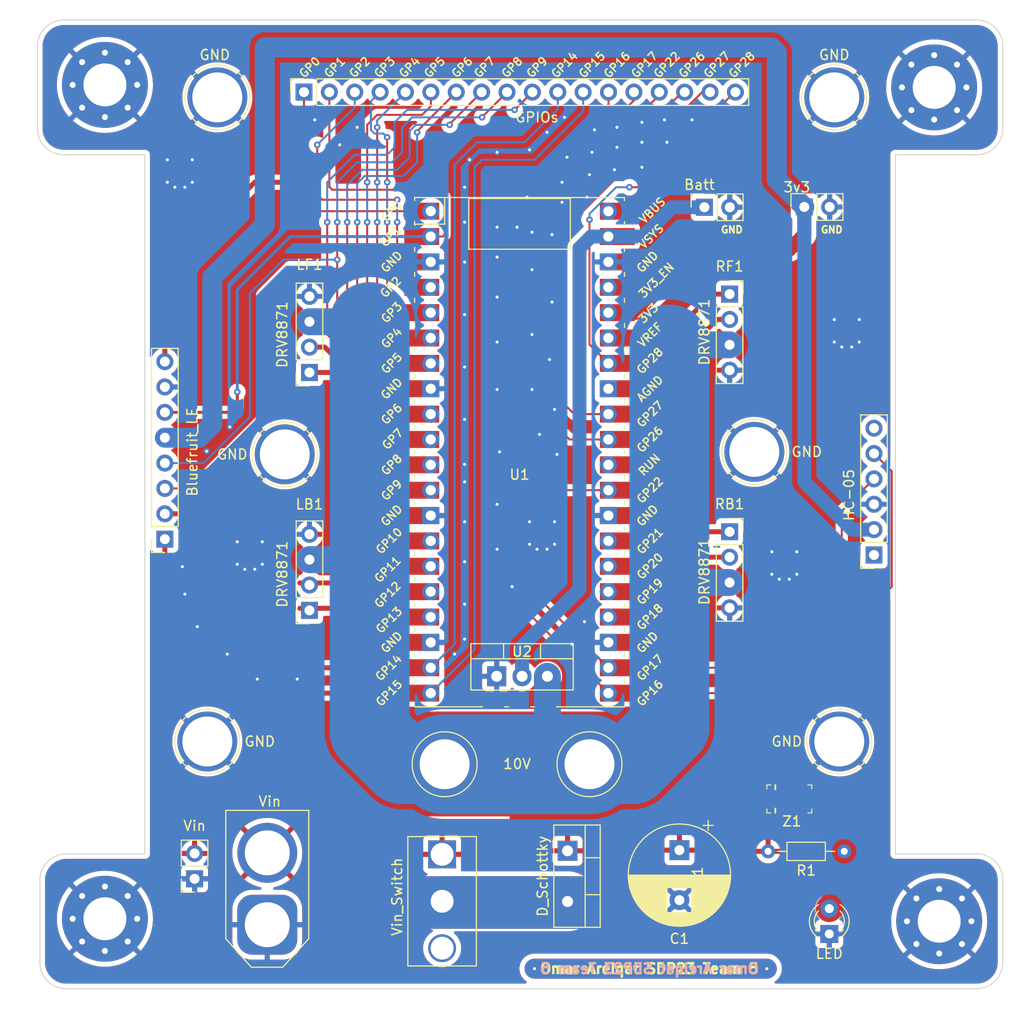
<source format=kicad_pcb>
(kicad_pcb (version 20211014) (generator pcbnew)
  (layers (0 "F.Cu" signal) (31 "B.Cu" signal) (34 "B.Paste" user) (35 "F.Paste" user) (36 "B.SilkS" user "B.Silkscreen") (37 "F.SilkS" user "F.Silkscreen") (38 "B.Mask" user) (39 "F.Mask" user) (44 "Edge.Cuts" user))
  (net 0 "")
  (net 1 "LF1")
  (net 2 "LF2")
  (net 3 "+10V")
  (net 4 "GND")
  (net 5 "RB1")
  (net 6 "RB2")
  (net 7 "LB1")
  (net 8 "LB2")
  (net 9 "RF1")
  (net 10 "RF2")
  (net 11 "Net-(D1-Pad2)")
  (net 12 "Net-(D3-Pad2)")
  (net 13 "VCC")
  (net 15 "+3V3")
  (net 17 "VSYS")
  (net 24 "GPIO16")
  (net 25 "GPIO17")
  (net 26 "GPIO1")
  (net 27 "GPIO2")
  (net 28 "GPIO3")
  (net 29 "GPIO4")
  (net 30 "GPIO5")
  (net 31 "GPIO6")
  (net 32 "GPIO7")
  (net 33 "GPIO8")
  (net 34 "GPIO9")
  (net 35 "GPIO15")
  (net 36 "GPIO22")
  (net 37 "GPIO26")
  (net 38 "GPIO27")
  (net 39 "GPIO28")
  (net 40 "CTS")
  (net 41 "DFU")
  (footprint "TestPoint:TestPoint_Plated_Hole_D5.0mm" (layer "F.Cu") (at 95.5 131.75)
    (fp_text reference "J11")
    (fp_text value "GND")
  )
  (footprint "Connector_PinSocket_2.54mm:PinSocket_1x04_P2.54mm_Vertical" (layer "F.Cu") (at 147.775 86.95)
    (fp_text reference "RF1")
    (fp_text value "DRV8871")
  )
  (footprint "TestPoint:TestPoint_Plated_Hole_D5.0mm" (layer "F.Cu") (at 158.25 67.25)
    (fp_text reference "J15")
    (fp_text value "GND")
  )
  (footprint "Buggy_Footprints:1101M2S3CQE2" (layer "F.Cu") (at 119 143.051)
    (fp_text reference "SW1")
    (fp_text value "Vin_Switch")
  )
  (footprint "Connector_PinSocket_2.54mm:PinSocket_1x02_P2.54mm_Vertical" (layer "F.Cu") (at 155.25 78.225 90)
    (fp_text reference "J13")
    (fp_text value "3v3")
  )
  (footprint "MountingHole:MountingHole_4.3mm_M4_Pad_Via" (layer "F.Cu") (at 168.75 149.75)
    (fp_text reference "H3")
    (fp_text value "M")
  )
  (footprint "Connector_PinSocket_2.54mm:PinSocket_1x08_P2.54mm_Vertical" (layer "F.Cu") (at 91.25 111.49 180)
    (fp_text reference "J9")
    (fp_text value "Bluefruit_LE")
  )
  (footprint "digikey-footprints:DO-214AC" (layer "F.Cu") (at 153.75 137.5)
    (fp_text reference "Z1")
    (fp_text value "Zener")
  )
  (footprint "LED_THT:LED_D3.0mm" (layer "F.Cu") (at 157.75 151.025 90)
    (fp_text reference "D3")
    (fp_text value "LED")
  )
  (footprint "Package_TO_SOT_THT:TO-220-2_Vertical" (layer "F.Cu") (at 131.555 142.695354 -90)
    (fp_text reference "D1")
    (fp_text value "D_Schottky")
  )
  (footprint "MountingHole:MountingHole_4.3mm_M4_Pad_Via" (layer "F.Cu") (at 85.25 66)
    (fp_text reference "H1")
    (fp_text value "M")
  )
  (footprint "TestPoint:TestPoint_Plated_Hole_D5.0mm" (layer "F.Cu") (at 158.75 131.75)
    (fp_text reference "J14")
    (fp_text value "GND")
  )
  (footprint "TestPoint:TestPoint_Plated_Hole_D5.0mm" (layer "F.Cu") (at 103.25 103)
    (fp_text reference "J12")
    (fp_text value "GND")
  )
  (footprint "Connector_PinSocket_2.54mm:PinSocket_1x18_P2.54mm_Vertical" (layer "F.Cu") (at 105.175 66.725 90)
    (fp_text reference "J8")
    (fp_text value "GPIOs")
  )
  (footprint "Capacitor_THT:CP_Radial_D10.0mm_P5.00mm" (layer "F.Cu") (at 142.75 142.632323 -90)
    (fp_text reference "C1")
    (fp_text value "2200uF")
  )
  (footprint "TestPoint:TestPoint_Plated_Hole_D5.0mm" (layer "F.Cu") (at 96.5 67.25 90)
    (fp_text reference "J5")
    (fp_text value "GND")
  )
  (footprint "Package_TO_SOT_THT:TO-220-3_Vertical" (layer "F.Cu") (at 124.46 125.2225)
    (fp_text reference "U2")
    (fp_text value "MC79M15_TO220")
  )
  (footprint "Connector_PinSocket_2.54mm:PinSocket_1x06_P2.54mm_Vertical" (layer "F.Cu") (at 162.225 113.075 180)
    (fp_text reference "J2")
    (fp_text value "HC-05")
  )
  (footprint "Connector_PinSocket_2.54mm:PinSocket_1x02_P2.54mm_Vertical" (layer "F.Cu") (at 145.25 78.2525 90)
    (fp_text reference "J4")
    (fp_text value "Batt")
  )
  (footprint "MountingHole:MountingHole_4.3mm_M4_Pad_Via" (layer "F.Cu") (at 168.25 66.25)
    (fp_text reference "H2")
    (fp_text value "M")
  )
  (footprint "Connector_AMASS:AMASS_XT60-M_1x02_P7.20mm_Vertical" (layer "F.Cu") (at 101.5 150.1 90)
    (fp_text reference "J1")
    (fp_text value "Vin")
  )
  (footprint "Connector_PinSocket_2.54mm:PinSocket_1x02_P2.54mm_Vertical" (layer "F.Cu") (at 94.225 145.5 180)
    (fp_text reference "J6")
    (fp_text value "Vin")
  )
  (footprint "Resistor_THT:R_Axial_DIN0204_L3.6mm_D1.6mm_P7.62mm_Horizontal" (layer "F.Cu") (at 159.25 142.75 180)
    (fp_text reference "R1")
    (fp_text value "330")
  )
  (footprint "Connector_PinSocket_2.54mm:PinSocket_1x04_P2.54mm_Vertical" (layer "F.Cu") (at 105.725 118.62 180)
    (fp_text reference "LB1")
    (fp_text value "DRV8871")
  )
  (footprint "MountingHole:MountingHole_4.3mm_M4_Pad_Via" (layer "F.Cu") (at 85.25 149.5)
    (fp_text reference "H4")
    (fp_text value "M")
  )
  (footprint "Connector_PinSocket_2.54mm:PinSocket_1x04_P2.54mm_Vertical" (layer "F.Cu") (at 105.725 94.8 180)
    (fp_text reference "LF1")
    (fp_text value "DRV8871")
  )
  (footprint "TestPoint:TestPoint_Plated_Hole_D5.0mm" (layer "F.Cu") (at 119.25 134.0275)
    (fp_text reference "J7")
    (fp_text value "10V")
  )
  (footprint "TestPoint:TestPoint_Plated_Hole_D5.0mm" (layer "F.Cu") (at 133.75 134.0275)
    (fp_text reference "J3")
    (fp_text value "10V")
  )
  (footprint "TestPoint:TestPoint_Plated_Hole_D5.0mm" (layer "F.Cu") (at 150.25 102.75)
    (fp_text reference "J10")
    (fp_text value "GND")
  )
  (footprint "Connector_PinSocket_2.54mm:PinSocket_1x04_P2.54mm_Vertical" (layer "F.Cu") (at 147.775 110.75)
    (fp_text reference "RB1")
    (fp_text value "DRV8871")
  )
  (footprint "RPi_Pico:RPi_PicoW_SMD_TH" (layer "F.Cu") (at 126.75 102.7775)
    (fp_text reference "U1")
    (fp_text value "PicoW")
  )
  (gr_line (start 146.75 112.25) (end 146.25 112.25) (layer "B.Cu") (width 0.2))
  (gr_arc (start 175.114399 153.75) (mid 174.344204 155.729805) (end 172.364399 156.5) (layer "Edge.Cuts") (width 0.1))
  (gr_line (start 172.364399 73) (end 164.364399 73) (layer "Edge.Cuts") (width 0.1))
  (gr_line (start 172.364399 143) (end 164.364399 143) (layer "Edge.Cuts") (width 0.1))
  (gr_line (start 175.114399 62.25) (end 175.114399 70.25) (layer "Edge.Cuts") (width 0.1))
  (gr_arc (start 81.25 73) (mid 79.270194 72.229806) (end 78.5 70.25) (layer "Edge.Cuts") (width 0.1))
  (gr_line (start 78.75 153.75) (end 78.75 145.75) (layer "Edge.Cuts") (width 0.1))
  (gr_line (start 172.364399 59.5) (end 164.364399 59.5) (layer "Edge.Cuts") (width 0.1))
  (gr_arc (start 172.364399 143) (mid 174.344205 143.770194) (end 175.114399 145.75) (layer "Edge.Cuts") (width 0.1))
  (gr_line (start 164.364399 143) (end 164.364399 73) (layer "Edge.Cuts") (width 0.1))
  (gr_line (start 78.5 70.25) (end 78.5 62.25) (layer "Edge.Cuts") (width 0.1))
  (gr_line (start 81.5 143) (end 89.25 143) (layer "Edge.Cuts") (width 0.1))
  (gr_arc (start 78.75 145.75) (mid 79.520195 143.770195) (end 81.5 143) (layer "Edge.Cuts") (width 0.1))
  (gr_line (start 81.5 156.5) (end 89.5 156.5) (layer "Edge.Cuts") (width 0.1))
  (gr_line (start 89.25 59.5) (end 164.364399 59.5) (layer "Edge.Cuts") (width 0.1))
  (gr_arc (start 78.5 62.25) (mid 79.270195 60.270195) (end 81.25 59.5) (layer "Edge.Cuts") (width 0.1))
  (gr_line (start 89.25 73) (end 89.25 143) (layer "Edge.Cuts") (width 0.1))
  (gr_line (start 81.25 59.5) (end 89.25 59.5) (layer "Edge.Cuts") (width 0.1))
  (gr_arc (start 81.5 156.5) (mid 79.520195 155.729805) (end 78.75 153.75) (layer "Edge.Cuts") (width 0.1))
  (gr_line (start 172.364399 156.5) (end 164.364399 156.5) (layer "Edge.Cuts") (width 0.1))
  (gr_arc (start 175.114399 70.25) (mid 174.344204 72.229805) (end 172.364399 73) (layer "Edge.Cuts") (width 0.1))
  (gr_line (start 81.25 73) (end 89.25 73) (layer "Edge.Cuts") (width 0.1))
  (gr_arc (start 172.364399 59.5) (mid 174.344205 60.270194) (end 175.114399 62.25) (layer "Edge.Cuts") (width 0.1))
  (gr_line (start 175.114399 145.75) (end 175.114399 153.75) (layer "Edge.Cuts") (width 0.1))
  (gr_line (start 89.5 156.5) (end 164.364399 156.5) (layer "Edge.Cuts") (width 0.1))
  (gr_text "Omar Areiqat SDP23 Team 5" (at 139.75 154.5) (layer "B.SilkS") (effects (font (size 1 1) (thickness 0.25)) (justify mirror)))
  (gr_text "GP26" (at 144 64 45) (layer "F.SilkS") (effects (font (size 0.8 0.8))))
  (gr_text "GP17" (at 139.25 64 45) (layer "F.SilkS") (effects (font (size 0.8 0.8))))
  (gr_text "GND" (at 148 80.5) (layer "F.SilkS") (effects (font (size 0.7 0.7) (thickness 0.175))))
  (gr_text "GP0" (at 105.75 64.25 45) (layer "F.SilkS") (effects (font (size 0.8 0.8))))
  (gr_text "GP15" (at 134 64 45) (layer "F.SilkS") (effects (font (size 0.8 0.8))))
  (gr_text "Omar Areiqat SDP23 Team 5" (at 139.75 154.5) (layer "F.SilkS") (effects (font (size 1 1) (thickness 0.25))))
  (gr_text "GP14" (at 131.25 64 45) (layer "F.SilkS") (effects (font (size 0.8 0.8))))
  (gr_text "GP5" (at 118.25 64.25 45) (layer "F.SilkS") (effects (font (size 0.8 0.8))))
  (gr_text "GP1" (at 108.25 64.25 45) (layer "F.SilkS") (effects (font (size 0.8 0.8))))
  (gr_text "GP28" (at 149 64 45) (layer "F.SilkS") (effects (font (size 0.8 0.8))))
  (gr_text "GP6" (at 121 64.25 45) (layer "F.SilkS") (effects (font (size 0.8 0.8))))
  (gr_text "GP8" (at 126 64.25 45) (layer "F.SilkS") (effects (font (size 0.8 0.8))))
  (gr_text "GND" (at 158 80.5) (layer "F.SilkS") (effects (font (size 0.7 0.7) (thickness 0.175))))
  (gr_text "GP9" (at 128.5 64.25 45) (layer "F.SilkS") (effects (font (size 0.8 0.8))))
  (gr_text "GP2" (at 110.75 64.25 45) (layer "F.SilkS") (effects (font (size 0.8 0.8))))
  (gr_text "GP22" (at 141.5 64 45) (layer "F.SilkS") (effects (font (size 0.8 0.8))))
  (gr_text "GP4" (at 115.75 64.25 45) (layer "F.SilkS") (effects (font (size 0.8 0.8))))
  (gr_text "GP27" (at 146.5 64 45) (layer "F.SilkS") (effects (font (size 0.8 0.8))))
  (gr_text "GP16" (at 136.5 64 45) (layer "F.SilkS") (effects (font (size 0.8 0.8))))
  (gr_text "GP3" (at 113.25 64.25 45) (layer "F.SilkS") (effects (font (size 0.8 0.8))))
  (gr_text "GP7" (at 123.25 64.25 45) (layer "F.SilkS") (effects (font (size 0.8 0.8))))
  (segment (start 128.25 154.5) (end 151.5 154.5) (width 2) (layer "F.Cu") (net 0))
  (via (at 151.5 154.5) (size 0.65) (drill 0.3) (layers "F.Cu" "B.Cu") (net 0))
  (via (at 128.25 154.5) (size 0.65) (drill 0.3) (layers "F.Cu" "B.Cu") (net 0))
  (segment (start 128.25 154.5) (end 151.5 154.5) (width 2) (layer "B.Cu") (net 0))
  (segment (start 109.5 96.25) (end 108.05 94.8) (width 0.5) (layer "F.Cu") (net 1))
  (segment (start 108.05 94.8) (end 105.725 94.8) (width 0.5) (layer "F.Cu") (net 1))
  (segment (start 112.68 114.2075) (end 109.5 111.0275) (width 0.5) (layer "F.Cu") (net 1))
  (segment (start 117.86 114.2075) (end 112.68 114.2075) (width 0.5) (layer "F.Cu") (net 1))
  (segment (start 109.5 111.0275) (end 109.5 96.25) (width 0.5) (layer "F.Cu") (net 1))
  (segment (start 111.25 96.25) (end 107.26 92.26) (width 0.5) (layer "F.Cu") (net 2))
  (segment (start 113.89 111.6675) (end 111.25 109.0275) (width 0.5) (layer "F.Cu") (net 2))
  (segment (start 107.26 92.26) (end 105.725 92.26) (width 0.5) (layer "F.Cu") (net 2))
  (segment (start 117.86 111.6675) (end 113.89 111.6675) (width 0.5) (layer "F.Cu") (net 2))
  (segment (start 111.25 109.0275) (end 111.25 96.25) (width 0.5) (layer "F.Cu") (net 2))
  (segment (start 119.25 134) (end 133.75 134) (width 10) (layer "F.Cu") (net 3))
  (segment (start 129.54 129.8175) (end 133.75 134.0275) (width 2.7) (layer "B.Cu") (net 3))
  (segment (start 111.21 113.54) (end 111.75 113) (width 2.7) (layer "B.Cu") (net 3))
  (segment (start 147.775 115.83) (end 141.83 115.83) (width 2.7) (layer "B.Cu") (net 3))
  (segment (start 105.725 89.72) (end 111.72 89.72) (width 2.7) (layer "B.Cu") (net 3))
  (segment (start 141.75 130.27014) (end 141.75 115.75) (width 8) (layer "B.Cu") (net 3))
  (segment (start 115.00736 134.0275) (end 111.75 130.77014) (width 8) (layer "B.Cu") (net 3))
  (segment (start 111.75 113) (end 111.75 89.75) (width 8) (layer "B.Cu") (net 3))
  (segment (start 119.25 134.0275) (end 115.00736 134.0275) (width 8) (layer "B.Cu") (net 3))
  (segment (start 147.775 92.03) (end 141.78 92.03) (width 2.7) (layer "B.Cu") (net 3))
  (segment (start 111.72 89.72) (end 111.75 89.75) (width 2.7) (layer "B.Cu") (net 3))
  (segment (start 133.75 134.0275) (end 137.99264 134.0275) (width 8) (layer "B.Cu") (net 3))
  (segment (start 141.75 115.75) (end 141.75 92) (width 8) (layer "B.Cu") (net 3))
  (segment (start 141.78 92.03) (end 141.75 92) (width 2.7) (layer "B.Cu") (net 3))
  (segment (start 129.54 125.2225) (end 129.54 129.8175) (width 2.7) (layer "B.Cu") (net 3))
  (segment (start 111.75 130.77014) (end 111.75 113) (width 8) (layer "B.Cu") (net 3))
  (segment (start 137.99264 134.0275) (end 141.75 130.27014) (width 8) (layer "B.Cu") (net 3))
  (segment (start 141.83 115.83) (end 141.75 115.75) (width 2.7) (layer "B.Cu") (net 3))
  (segment (start 105.725 113.54) (end 111.21 113.54) (width 2.7) (layer "B.Cu") (net 3))
  (segment (start 119.25 134.0275) (end 133.75 134.0275) (width 10) (layer "B.Cu") (net 3))
  (via (at 121.25 83.75) (size 0.65) (drill 0.3) (layers "F.Cu" "B.Cu") (net 4))
  (via (at 94 75.75) (size 0.65) (drill 0.3) (layers "F.Cu" "B.Cu") (net 4))
  (via (at 110.5 70.25) (size 0.65) (drill 0.3) (layers "F.Cu" "B.Cu") (net 4))
  (via (at 130.25 112) (size 0.65) (drill 0.3) (layers "F.Cu" "B.Cu") (net 4))
  (via (at 134.25 70.5) (size 0.65) (drill 0.3) (layers "F.Cu" "B.Cu") (net 4))
  (via (at 152.75 115.5) (size 0.65) (drill 0.3) (layers "F.Cu" "B.Cu") (net 4))
  (via (at 124.75 102.75) (size 0.65) (drill 0.3) (layers "F.Cu" "B.Cu") (net 4))
  (via (at 128.75 101) (size 0.65) (drill 0.3) (layers "F.Cu" "B.Cu") (net 4))
  (via (at 130.25 109.75) (size 0.65) (drill 0.3) (layers "F.Cu" "B.Cu") (net 4))
  (via (at 129.75 93.5) (size 0.65) (drill 0.3) (layers "F.Cu" "B.Cu") (net 4))
  (via (at 130.25 98.5) (size 0.65) (drill 0.3) (layers "F.Cu" "B.Cu") (net 4))
  (via (at 144 69.5) (size 0.65) (drill 0.3) (layers "F.Cu" "B.Cu") (net 4))
  (via (at 93 114.25) (size 0.65) (drill 0.3) (layers "F.Cu" "B.Cu") (net 4))
  (via (at 136.5 70.25) (size 0.65) (drill 0.3) (layers "F.Cu" "B.Cu") (net 4))
  (via (at 130 87.75) (size 0.65) (drill 0.3) (layers "F.Cu" "B.Cu") (net 4))
  (via (at 124.5 112.5) (size 0.65) (drill 0.3) (layers "F.Cu" "B.Cu") (net 4))
  (via (at 121.25 105.75) (size 0.65) (drill 0.3) (layers "F.Cu" "B.Cu") (net 4))
  (via (at 121.25 89) (size 0.65) (drill 0.3) (layers "F.Cu" "B.Cu") (net 4))
  (via (at 94.5 120.25) (size 0.65) (drill 0.3) (layers "F.Cu" "B.Cu") (net 4))
  (via (at 139 69.75) (size 0.65) (drill 0.3) (layers "F.Cu" "B.Cu") (net 4))
  (via (at 95.433411 102.683411) (size 0.65) (drill 0.3) (layers "F.Cu" "B.Cu") (net 4))
  (via (at 108.75 72) (size 0.65) (drill 0.3) (layers "F.Cu" "B.Cu") (net 4))
  (via (at 141.5 71.75) (size 0.65) (drill 0.3) (layers "F.Cu" "B.Cu") (net 4))
  (via (at 131.5 73.25) (size 0.65) (drill 0.3) (layers "F.Cu" "B.Cu") (net 4))
  (via (at 141.25 69.5) (size 0.65) (drill 0.3) (layers "F.Cu" "B.Cu") (net 4))
  (via (at 131.25 69.25) (size 0.65) (drill 0.3) (layers "F.Cu" "B.Cu") (net 4))
  (via (at 121.25 109.75) (size 0.65) (drill 0.3) (layers "F.Cu" "B.Cu") (net 4))
  (via (at 124.5 91.75) (size 0.65) (drill 0.3) (layers "F.Cu" "B.Cu") (net 4))
  (via (at 97.75 100.25) (size 0.65) (drill 0.3) (layers "F.Cu" "B.Cu") (net 4))
  (via (at 99.25 114.5) (size 0.65) (drill 0.3) (layers "F.Cu" "B.Cu") (net 4))
  (via (at 127.75 112) (size 0.65) (drill 0.3) (layers "F.Cu" "B.Cu") (net 4))
  (via (at 133.25 119.75) (size 0.65) (drill 0.3) (layers "F.Cu" "B.Cu") (net 4))
  (via (at 121.25 104) (size 0.65) (drill 0.3) (layers "F.Cu" "B.Cu") (net 4))
  (via (at 92.25 76.25) (size 0.65) (drill 0.3) (layers "F.Cu" "B.Cu") (net 4))
  (via (at 159 92.25) (size 0.65) (drill 0.3) (layers "F.Cu" "B.Cu") (net 4))
  (via (at 91.5 73.5) (size 0.65) (drill 0.3) (layers "F.Cu" "B.Cu") (net 4))
  (via (at 131 75.75) (size 0.65) (drill 0.3) (layers "F.Cu" "B.Cu") (net 4))
  (via (at 91.5 75.75) (size 0.65) (drill 0.3) (layers "F.Cu" "B.Cu") (net 4))
  (via (at 124.5 108) (size 0.65) (drill 0.3) (layers "F.Cu" "B.Cu") (net 4))
  (via (at 121.25 118) (size 0.65) (drill 0.3) (layers "F.Cu" "B.Cu") (net 4))
  (via (at 94 73.5) (size 0.65) (drill 0.3) (layers "F.Cu" "B.Cu") (net 4))
  (via (at 130.5 103) (size 0.65) (drill 0.3) (layers "F.Cu" "B.Cu") (net 4))
  (via (at 98.5 114) (size 0.65) (drill 0.3) (layers "F.Cu" "B.Cu") (net 4))
  (via (at 124.5 96.5) (size 0.65) (drill 0.3) (layers "F.Cu" "B.Cu") (net 4))
  (via (at 160 92.25) (size 0.65) (drill 0.3) (layers "F.Cu" "B.Cu") (net 4))
  (via (at 124.5 80.25) (size 0.65) (drill 0.3) (layers "F.Cu" "B.Cu") (net 4))
  (via (at 128 96.5) (size 0.65) (drill 0.3) (layers "F.Cu" "B.Cu") (net 4))
  (via (at 131 77.75) (size 0.65) (drill 0.3) (layers "F.Cu" "B.Cu") (net 4))
  (via (at 101 114) (size 0.65) (drill 0.3) (layers "F.Cu" "B.Cu") (net 4))
  (via (at 121.25 121.5) (size 0.65) (drill 0.3) (layers "F.Cu" "B.Cu") (net 4))
  (via (at 126.5 80.25) (size 0.65) (drill 0.3) (layers "F.Cu" "B.Cu") (net 4))
  (via (at 130 81) (size 0.65) (drill 0.3) (layers "F.Cu" "B.Cu") (net 4))
  (via (at 128 80.75) (size 0.65) (drill 0.3) (layers "F.Cu" "B.Cu") (net 4))
  (via (at 158.25 91.75) (size 0.65) (drill 0.3) (layers "F.Cu" "B.Cu") (net 4))
  (via (at 97.5 123) (size 0.65) (drill 0.3) (layers "F.Cu" "B.Cu") (net 4))
  (via (at 124.5 87.25) (size 0.65) (drill 0.3) (layers "F.Cu" "B.Cu") (net 4))
  (via (at 136.25 74.5) (size 0.65) (drill 0.3) (layers "F.Cu" "B.Cu") (net 4))
  (via (at 120.25 123) (size 0.65) (drill 0.3) (layers "F.Cu" "B.Cu") (net 4))
  (via (at 128 84.5) (size 0.65) (drill 0.3) (layers "F.Cu" "B.Cu") (net 4))
  (via (at 158.25 89.5) (size 0.65) (drill 0.3) (layers "F.Cu" "B.Cu") (net 4))
  (via (at 133.5 77.25) (size 0.65) (drill 0.3) (layers "F.Cu" "B.Cu") (net 4))
  (via (at 93.25 76.25) (size 0.65) (drill 0.3) (layers "F.Cu" "B.Cu") (net 4))
  (via (at 127.75 72.5) (size 0.65) (drill 0.3) (layers "F.Cu" "B.Cu") (net 4))
  (via (at 98.5 111.75) (size 0.65) (drill 0.3) (layers "F.Cu" "B.Cu") (net 4))
  (via (at 136.5 72.25) (size 0.65) (drill 0.3) (layers "F.Cu" "B.Cu") (net 4))
  (via (at 124.5 72.75) (size 0.65) (drill 0.3) (layers "F.Cu" "B.Cu") (net 4))
  (via (at 160.75 89.5) (size 0.65) (drill 0.3) (layers "F.Cu" "B.Cu") (net 4))
  (via (at 121.25 99.5) (size 0.65) (drill 0.3) (layers "F.Cu" "B.Cu") (net 4))
  (via (at 124.5 83.25) (size 0.65) (drill 0.3) (layers "F.Cu" "B.Cu") (net 4))
  (via (at 129.5 112.5) (size 0.65) (drill 0.3) (layers "F.Cu" "B.Cu") (net 4))
  (via (at 121.25 113.75) (size 0.65) (drill 0.3) (layers "F.Cu" "B.Cu") (net 4))
  (via (at 128 91) (size 0.65) (drill 0.3) (layers "F.Cu" "B.Cu") (net 4))
  (via (at 127.75 109.75) (size 0.65) (drill 0.3) (layers "F.Cu" "B.Cu") (net 4))
  (via (at 160.75 91.75) (size 0.65) (drill 0.3) (layers "F.Cu" "B.Cu") (net 4))
  (via (at 129.5 70.75) (size 0.65) (drill 0.3) (layers "F.Cu" "B.Cu") (net 4))
  (via (at 104.5 125.5) (size 0.65) (drill 0.3) (layers "F.Cu" "B.Cu") (net 4))
  (via (at 152 112.75) (size 0.65) (drill 0.3) (layers "F.Cu" "B.Cu") (net 4))
  (via (at 134 72.75) (size 0.65) (drill 0.3) (layers "F.Cu" "B.Cu") (net 4))
  (via (at 126 116.25) (size 0.65) (drill 0.3) (layers "F.Cu" "B.Cu") (net 4))
  (via (at 154.5 112.75) (size 0.65) (drill 0.3) (layers "F.Cu" "B.Cu") (net 4))
  (via (at 101 111.75) (size 0.65) (drill 0.3) (layers "F.Cu" "B.Cu") (net 4))
  (via (at 121.75 73.5) (size 0.65) (drill 0.3) (layers "F.Cu" "B.Cu") (net 4))
  (via (at 127.5 77.25) (size 0.65) (drill 0.3) (layers "F.Cu" "B.Cu") (net 4))
  (via (at 154.5 115) (size 0.65) (drill 0.3) (layers "F.Cu" "B.Cu") (net 4))
  (via (at 100.25 114.5) (size 0.65) (drill 0.3) (layers "F.Cu" "B.Cu") (net 4))
  (via (at 132 122) (size 0.65) (drill 0.3) (layers "F.Cu" "B.Cu") (net 4))
  (via (at 152 115) (size 0.65) (drill 0.3) (layers "F.Cu" "B.Cu") (net 4))
  (via (at 139 71.75) (size 0.65) (drill 0.3) (layers "F.Cu" "B.Cu") (net 4))
  (via (at 128.5 112.5) (size 0.65) (drill 0.3) (layers "F.Cu" "B.Cu") (net 4))
  (via (at 133.75 75) (size 0.65) (drill 0.3) (layers "F.Cu" "B.Cu") (net 4))
  (via (at 139 74.25) (size 0.65) (drill 0.3) (layers "F.Cu" "B.Cu") (net 4))
  (via (at 121.25 76.25) (size 0.65) (drill 0.3) (layers "F.Cu" "B.Cu") (net 4))
  (via (at 121.25 94.25) (size 0.65) (drill 0.3) (layers "F.Cu" "B.Cu") (net 4))
  (via (at 100.5 125.5) (size 0.65) (drill 0.3) (layers "F.Cu" "B.Cu") (net 4))
  (via (at 121.25 79.75) (size 0.65) (drill 0.3) (layers "F.Cu" "B.Cu") (net 4))
  (via (at 153.75 115.5) (size 0.65) (drill 0.3) (layers "F.Cu" "B.Cu") (net 4))
  (via (at 93.25 117) (size 0.65) (drill 0.3) (layers "F.Cu" "B.Cu") (net 4))
  (via (at 106.25 69.5) (size 0.65) (drill 0.3) (layers "F.Cu" "B.Cu") (net 4))
  (segment (start 144.7775 110.75) (end 147.775 110.75) (width 0.5) (layer "F.Cu") (net 5))
  (segment (start 138.78 116.7475) (end 144.7775 110.75) (width 0.5) (layer "F.Cu") (net 5))
  (segment (start 135.64 116.7475) (end 138.78 116.7475) (width 0.5) (layer "F.Cu") (net 5))
  (segment (start 135.64 119.2875) (end 138.99 119.2875) (width 0.5) (layer "F.Cu") (net 6))
  (segment (start 138.99 119.2875) (end 144.9875 113.29) (width 0.5) (layer "F.Cu") (net 6))
  (segment (start 144.9875 113.29) (end 147.775 113.29) (width 0.5) (layer "F.Cu") (net 6))
  (segment (start 104.75 118.4125) (end 109.135 118.4125) (width 0.5) (layer "F.Cu") (net 7))
  (segment (start 110.01 119.2875) (end 117.86 119.2875) (width 0.5) (layer "F.Cu") (net 7))
  (segment (start 109.135 118.4125) (end 110.01 119.2875) (width 0.5) (layer "F.Cu") (net 7))
  (segment (start 110.22 116.7475) (end 117.86 116.7475) (width 0.5) (layer "F.Cu") (net 8))
  (segment (start 104.75 115.8725) (end 109.345 115.8725) (width 0.5) (layer "F.Cu") (net 8))
  (segment (start 109.345 115.8725) (end 110.22 116.7475) (width 0.5) (layer "F.Cu") (net 8))
  (segment (start 146.05 86.95) (end 142 91) (width 0.5) (layer "F.Cu") (net 9))
  (segment (start 142 108.2775) (end 138.61 111.6675) (width 0.5) (layer "F.Cu") (net 9))
  (segment (start 147.775 86.95) (end 146.05 86.95) (width 0.5) (layer "F.Cu") (net 9))
  (segment (start 138.61 111.6675) (end 135.64 111.6675) (width 0.5) (layer "F.Cu") (net 9))
  (segment (start 142 91) (end 142 108.2775) (width 0.5) (layer "F.Cu") (net 9))
  (segment (start 147.775 89.49) (end 146.525 89.49) (width 0.5) (layer "F.Cu") (net 10))
  (segment (start 138.57 114.2075) (end 135.64 114.2075) (width 0.5) (layer "F.Cu") (net 10))
  (segment (start 146.525 89.49) (end 144.25 91.765) (width 0.5) (layer "F.Cu") (net 10))
  (segment (start 144.25 108.5275) (end 138.57 114.2075) (width 0.5) (layer "F.Cu") (net 10))
  (segment (start 144.25 91.765) (end 144.25 108.5275) (width 0.5) (layer "F.Cu") (net 10))
  (segment (start 118.985177 147.75) (end 131.514823 147.75) (width 5) (layer "F.Cu") (net 11))
  (segment (start 119 147.75) (end 131.529646 147.75) (width 5) (layer "B.Cu") (net 11))
  (segment (start 159.25 146.985) (end 157.75 148.485) (width 2.7) (layer "F.Cu") (net 12))
  (segment (start 159.25 142.75) (end 159.25 146.985) (width 2.7) (layer "F.Cu") (net 12))
  (segment (start 155.25 81) (end 155.25 78.225) (width 1.4) (layer "F.Cu") (net 15))
  (segment (start 144.7075 82.5) (end 153.75 82.5) (width 1.4) (layer "F.Cu") (net 15))
  (segment (start 135.64 88.8075) (end 138.4 88.8075) (width 1.4) (layer "F.Cu") (net 15))
  (segment (start 153.75 82.5) (end 155.25 81) (width 1.4) (layer "F.Cu") (net 15))
  (segment (start 138.4 88.8075) (end 144.7075 82.5) (width 1.4) (layer "F.Cu") (net 15))
  (segment (start 94.67 101.33) (end 96 100) (width 2) (layer "B.Cu") (net 15))
  (segment (start 162.225 110.535) (end 160.035 110.535) (width 1.4) (layer "B.Cu") (net 15))
  (segment (start 152 62.25) (end 152.5 62.75) (width 2) (layer "B.Cu") (net 15))
  (segment (start 160.035 110.535) (end 155.25 105.75) (width 1.4) (layer "B.Cu") (net 15))
  (segment (start 101.25 80) (end 101.25 62.25) (width 2) (layer "B.Cu") (net 15))
  (segment (start 96 85.25) (end 101.25 80) (width 2) (layer "B.Cu") (net 15))
  (segment (start 101.25 62.25) (end 152 62.25) (width 2) (layer "B.Cu") (net 15))
  (segment (start 155.25 105.75) (end 155.25 78.225) (width 1.4) (layer "B.Cu") (net 15))
  (segment (start 152.5 62.75) (end 152.5 75.475) (width 2) (layer "B.Cu") (net 15))
  (segment (start 152.5 75.475) (end 155.25 78.225) (width 2) (layer "B.Cu") (net 15))
  (segment (start 91.25 101.33) (end 94.67 101.33) (width 2) (layer "B.Cu") (net 15))
  (segment (start 96 100) (end 96 85.25) (width 2) (layer "B.Cu") (net 15))
  (segment (start 135.64 81.1875) (end 139.09 81.1875) (width 1.4) (layer "B.Cu") (net 17))
  (segment (start 132.75 82.3475) (end 133.91 81.1875) (width 1.4) (layer "B.Cu") (net 17))
  (segment (start 127 125.2225) (end 127 122.25) (width 1.4) (layer "B.Cu") (net 17))
  (segment (start 132.75 116.5) (end 132.75 82.3475) (width 1.4) (layer "B.Cu") (net 17))
  (segment (start 133.91 81.1875) (end 135.64 81.1875) (width 1.4) (layer "B.Cu") (net 17))
  (segment (start 142.025 78.2525) (end 145.25 78.2525) (width 1.4) (layer "B.Cu") (net 17))
  (segment (start 139.09 81.1875) (end 142.025 78.2525) (width 1.4) (layer "B.Cu") (net 17))
  (segment (start 127 122.25) (end 132.75 116.5) (width 1.4) (layer "B.Cu") (net 17))
  (segment (start 135.64 126.9075) (end 153.3425 126.9075) (width 0.2) (layer "F.Cu") (net 24))
  (segment (start 164 116.25) (end 164 104.69) (width 0.2) (layer "F.Cu") (net 24))
  (segment (start 135.64 126.9075) (end 123.5 114.7675) (width 0.2) (layer "F.Cu") (net 24))
  (segment (start 135.655 67.97) (end 135.655 66.725) (width 0.2) (layer "F.Cu") (net 24))
  (segment (start 123.5 114.7675) (end 123.5 80.125) (width 0.2) (layer "F.Cu") (net 24))
  (segment (start 164 104.69) (end 162.225 102.915) (width 0.2) (layer "F.Cu") (net 24))
  (segment (start 153.3425 126.9075) (end 164 116.25) (width 0.2) (layer "F.Cu") (net 24))
  (segment (start 123.5 80.125) (end 135.655 67.97) (width 0.2) (layer "F.Cu") (net 24))
  (segment (start 159 116) (end 159 108.68) (width 0.2) (layer "F.Cu") (net 25))
  (segment (start 159 108.68) (end 162.225 105.455) (width 0.2) (layer "F.Cu") (net 25))
  (segment (start 135.64 124.3675) (end 150.6325 124.3675) (width 0.2) (layer "F.Cu") (net 25))
  (segment (start 125.75 80) (end 138.195 67.555) (width 0.2) (layer "F.Cu") (net 25))
  (segment (start 138.195 67.555) (end 138.195 66.725) (width 0.2) (layer "F.Cu") (net 25))
  (segment (start 125.75 114.4775) (end 125.75 80) (width 0.2) (layer "F.Cu") (net 25))
  (segment (start 135.64 124.3675) (end 125.75 114.4775) (width 0.2) (layer "F.Cu") (net 25))
  (segment (start 150.6325 124.3675) (end 159 116) (width 0.2) (layer "F.Cu") (net 25))
  (segment (start 119.25 81) (end 119.25 77.25) (width 0.2) (layer "F.Cu") (net 26))
  (segment (start 118.5 76.5) (end 108 76.5) (width 0.2) (layer "F.Cu") (net 26))
  (segment (start 107.715 76.215) (end 107.715 66.725) (width 0.2) (layer "F.Cu") (net 26))
  (segment (start 117.86 81.1875) (end 119.0625 81.1875) (width 0.2) (layer "F.Cu") (net 26))
  (segment (start 108 76.5) (end 107.715 76.215) (width 0.2) (layer "F.Cu") (net 26))
  (segment (start 98.5 96.75) (end 98.5 98.25) (width 0.3) (layer "F.Cu") (net 26))
  (segment (start 98.5 98.25) (end 97.96 98.79) (width 0.3) (layer "F.Cu") (net 26))
  (segment (start 97.96 98.79) (end 91.25 98.79) (width 0.3) (layer "F.Cu") (net 26))
  (segment (start 119.25 77.25) (end 118.5 76.5) (width 0.2) (layer "F.Cu") (net 26))
  (segment (start 119.0625 81.1875) (end 119.25 81) (width 0.2) (layer "F.Cu") (net 26))
  (via (at 98.5 96.75) (size 0.65) (drill 0.3) (layers "F.Cu" "B.Cu") (net 26))
  (segment (start 103.8125 81.1875) (end 98.5 86.5) (width 0.3) (layer "B.Cu") (net 26))
  (segment (start 117.86 81.1875) (end 103.8125 81.1875) (width 0.3) (layer "B.Cu") (net 26))
  (segment (start 98.5 86.5) (end 98.5 96.75) (width 0.3) (layer "B.Cu") (net 26))
  (segment (start 107 77.5) (end 106.5 77) (width 0.2) (layer "F.Cu") (net 27))
  (segment (start 114.5 86) (end 114.5 79.75) (width 0.2) (layer "F.Cu") (net 27))
  (segment (start 116.2825 86.25) (end 114.75 86.25) (width 0.2) (layer "F.Cu") (net 27))
  (segment (start 114.75 86.25) (end 114.5 86) (width 0.2) (layer "F.Cu") (net 27))
  (segment (start 106.5 77) (end 106.5 72) (width 0.2) (layer "F.Cu") (net 27))
  (segment (start 114.5 77.5) (end 107 77.5) (width 0.2) (layer "F.Cu") (net 27))
  (via (at 106.5 72) (size 0.65) (drill 0.3) (layers "F.Cu" "B.Cu") (net 27))
  (via (at 114.5 77.5) (size 0.65) (drill 0.3) (layers "F.Cu" "B.Cu") (net 27))
  (via (at 114.5 79.75) (size 0.65) (drill 0.3) (layers "F.Cu" "B.Cu") (net 27))
  (segment (start 114.5 79.75) (end 114.5 77.5) (width 0.2) (layer "B.Cu") (net 27))
  (segment (start 106.5 72) (end 110.255 68.245) (width 0.2) (layer "B.Cu") (net 27))
  (segment (start 110.255 68.245) (end 110.255 66.725) (width 0.2) (layer "B.Cu") (net 27))
  (segment (start 117.86 88.8075) (end 114.0575 88.8075) (width 0.2) (layer "F.Cu") (net 28))
  (segment (start 113.5 88.25) (end 113.5 79.75) (width 0.2) (layer "F.Cu") (net 28))
  (segment (start 113.5 75.75) (end 113.5 71.25) (width 0.2) (layer "F.Cu") (net 28))
  (segment (start 113.5 88.25) (end 114.0575 88.8075) (width 0.2) (layer "F.Cu") (net 28))
  (via (at 113.5 71.25) (size 0.65) (drill 0.3) (layers "F.Cu" "B.Cu") (net 28))
  (via (at 113.5 75.75) (size 0.65) (drill 0.3) (layers "F.Cu" "B.Cu") (net 28))
  (via (at 113.5 79.75) (size 0.65) (drill 0.3) (layers "F.Cu" "B.Cu") (net 28))
  (segment (start 111.875 70.508884) (end 111.875 67.645) (width 0.2) (layer "B.Cu") (net 28))
  (segment (start 113.125 70.875) (end 112.241116 70.875) (width 0.2) (layer "B.Cu") (net 28))
  (segment (start 111.875 67.645) (end 112.795 66.725) (width 0.2) (layer "B.Cu") (net 28))
  (segment (start 112.241116 70.875) (end 111.875 70.508884) (width 0.2) (layer "B.Cu") (net 28))
  (segment (start 113.5 71.25) (end 113.125 70.875) (width 0.2) (layer "B.Cu") (net 28))
  (segment (start 113.5 79.75) (end 113.5 75.75) (width 0.2) (layer "B.Cu") (net 28))
  (segment (start 112.5 89.75) (end 114.0975 91.3475) (width 0.2) (layer "F.Cu") (net 29))
  (segment (start 112.5 75.75) (end 112.5 70.25) (width 0.2) (layer "F.Cu") (net 29))
  (segment (start 117.86 91.3475) (end 114.0975 91.3475) (width 0.2) (layer "F.Cu") (net 29))
  (segment (start 112.5 89.75) (end 112.5 79.75) (width 0.2) (layer "F.Cu") (net 29))
  (via (at 112.5 79.75) (size 0.65) (drill 0.3) (layers "F.Cu" "B.Cu") (net 29))
  (via (at 112.5 70.25) (size 0.65) (drill 0.3) (layers "F.Cu" "B.Cu") (net 29))
  (via (at 112.5 75.75) (size 0.65) (drill 0.3) (layers "F.Cu" "B.Cu") (net 29))
  (segment (start 112.5 79.75) (end 112.5 75.75) (width 0.2) (layer "B.Cu") (net 29))
  (segment (start 112.5 70.25) (end 112.5 69.56) (width 0.2) (layer "B.Cu") (net 29))
  (segment (start 112.5 69.56) (end 115.335 66.725) (width 0.2) (layer "B.Cu") (net 29))
  (segment (start 117.875 68.125) (end 117.875 66.725) (width 0.2) (layer "F.Cu") (net 30))
  (segment (start 111.5 75.75) (end 111.5 70) (width 0.2) (layer "F.Cu") (net 30))
  (segment (start 117 69) (end 117.875 68.125) (width 0.2) (layer "F.Cu") (net 30))
  (segment (start 115.1375 93.8875) (end 111.5 90.25) (width 0.2) (layer "F.Cu") (net 30))
  (segment (start 112.5 69) (end 117 69) (width 0.2) (layer "F.Cu") (net 30))
  (segment (start 111.5 70) (end 112.5 69) (width 0.2) (layer "F.Cu") (net 30))
  (segment (start 117.86 93.8875) (end 115.1375 93.8875) (width 0.2) (layer "F.Cu") (net 30))
  (segment (start 111.5 90.25) (end 111.5 79.75) (width 0.2) (layer "F.Cu") (net 30))
  (via (at 111.5 75.75) (size 0.65) (drill 0.3) (layers "F.Cu" "B.Cu") (net 30))
  (via (at 111.5 79.75) (size 0.65) (drill 0.3) (layers "F.Cu" "B.Cu") (net 30))
  (segment (start 111.5 79.75) (end 111.5 75.75) (width 0.2) (layer "B.Cu") (net 30))
  (segment (start 114.5 94.25) (end 110.5 90.25) (width 0.2) (layer "F.Cu") (net 31))
  (segment (start 117.86 98.9675) (end 114.7175 98.9675) (width 0.2) (layer "F.Cu") (net 31))
  (segment (start 114.7175 98.9675) (end 114.5 98.75) (width 0.2) (layer "F.Cu") (net 31))
  (segment (start 120.415 66.725) (end 116.5 70.64) (width 0.2) (layer "F.Cu") (net 31))
  (segment (start 110.5 90.25) (end 110.5 79.75) (width 0.2) (layer "F.Cu") (net 31))
  (segment (start 116.5 70.64) (end 116.5 70.75) (width 0.2) (layer "F.Cu") (net 31))
  (segment (start 114.5 98.75) (end 114.5 94.25) (width 0.2) (layer "F.Cu") (net 31))
  (via (at 110.5 79.75) (size 0.65) (drill 0.3) (layers "F.Cu" "B.Cu") (net 31))
  (via (at 116.5 70.75) (size 0.65) (drill 0.3) (layers "F.Cu" "B.Cu") (net 31))
  (segment (start 115.125 75.125) (end 111.241116 75.125) (width 0.2) (layer "B.Cu") (net 31))
  (segment (start 116.5 70.75) (end 116.5 73.75) (width 0.2) (layer "B.Cu") (net 31))
  (segment (start 110.5 75.866116) (end 110.5 79.75) (width 0.2) (layer "B.Cu") (net 31))
  (segment (start 116.5 73.75) (end 115.125 75.125) (width 0.2) (layer "B.Cu") (net 31))
  (segment (start 111.241116 75.125) (end 110.5 75.866116) (width 0.2) (layer "B.Cu") (net 31))
  (segment (start 114.5 101.5) (end 114 101) (width 0.2) (layer "F.Cu") (net 32))
  (segment (start 114 101) (end 114 95) (width 0.2) (layer "F.Cu") (net 32))
  (segment (start 119.75 70) (end 119.75 69.93) (width 0.2) (layer "F.Cu") (net 32))
  (segment (start 119.75 69.93) (end 122.955 66.725) (width 0.2) (layer "F.Cu") (net 32))
  (segment (start 114 95) (end 109.5 90.5) (width 0.2) (layer "F.Cu") (net 32))
  (segment (start 109.5 90.5) (end 109.5 79.75) (width 0.2) (layer "F.Cu") (net 32))
  (segment (start 117.8525 101.5) (end 114.5 101.5) (width 0.2) (layer "F.Cu") (net 32))
  (via (at 119.75 70) (size 0.65) (drill 0.3) (layers "F.Cu" "B.Cu") (net 32))
  (via (at 109.5 79.75) (size 0.65) (drill 0.3) (layers "F.Cu" "B.Cu") (net 32))
  (segment (start 119.75 70) (end 116.366116 70) (width 0.2) (layer "B.Cu") (net 32))
  (segment (start 115.75 70.616116) (end 115.75 73.25) (width 0.2) (layer "B.Cu") (net 32))
  (segment (start 115.75 73.25) (end 114.5 74.5) (width 0.2) (layer "B.Cu") (net 32))
  (segment (start 114.5 74.5) (end 111 74.5) (width 0.2) (layer "B.Cu") (net 32))
  (segment (start 111 74.5) (end 109.5 76) (width 0.2) (layer "B.Cu") (net 32))
  (segment (start 109.5 76) (end 109.5 79.75) (width 0.2) (layer "B.Cu") (net 32))
  (segment (start 116.366116 70) (end 115.75 70.616116) (width 0.2) (layer "B.Cu") (net 32))
  (segment (start 113.25 103.5) (end 113.7975 104.0475) (width 0.2) (layer "F.Cu") (net 33))
  (segment (start 108.5 83.5) (end 108.5 79.75) (width 0.2) (layer "F.Cu") (net 33))
  (segment (start 113.7975 104.0475) (end 117.86 104.0475) (width 0.2) (layer "F.Cu") (net 33))
  (segment (start 113.25 95.5) (end 113.25 103.5) (width 0.2) (layer "F.Cu") (net 33))
  (segment (start 108.5 90.75) (end 113.25 95.5) (width 0.2) (layer "F.Cu") (net 33))
  (segment (start 123 69.25) (end 123 69.22) (width 0.2) (layer "F.Cu") (net 33))
  (segment (start 123 69.22) (end 125.495 66.725) (width 0.2) (layer "F.Cu") (net 33))
  (segment (start 108.5 83.5) (end 108.5 90.75) (width 0.2) (layer "F.Cu") (net 33))
  (via (at 108.5 79.75) (size 0.65) (drill 0.3) (layers "F.Cu" "B.Cu") (net 33))
  (via (at 123 69.25) (size 0.65) (drill 0.3) (layers "F.Cu" "B.Cu") (net 33))
  (via (at 108.5 83.5) (size 0.65) (drill 0.3) (layers "F.Cu" "B.Cu") (net 33))
  (segment (start 110.5 73.75) (end 114 73.75) (width 0.2) (layer "B.Cu") (net 33))
  (segment (start 115 72.75) (end 115 70.25) (width 0.2) (layer "B.Cu") (net 33))
  (segment (start 95.13 103.87) (end 91.25 103.87) (width 0.2) (layer "B.Cu") (net 33))
  (segment (start 116 69.25) (end 123 69.25) (width 0.2) (layer "B.Cu") (net 33))
  (segment (start 99.75 86.875) (end 99.75 99.25) (width 0.2) (layer "B.Cu") (net 33))
  (segment (start 108.5 75.75) (end 110.5 73.75) (width 0.2) (layer "B.Cu") (net 33))
  (segment (start 115 70.25) (end 116 69.25) (width 0.2) (layer "B.Cu") (net 33))
  (segment (start 99.75 99.25) (end 95.13 103.87) (width 0.2) (layer "B.Cu") (net 33))
  (segment (start 103.125 83.5) (end 99.75 86.875) (width 0.2) (layer "B.Cu") (net 33))
  (segment (start 114 73.75) (end 115 72.75) (width 0.2) (layer "B.Cu") (net 33))
  (segment (start 108.5 83.5) (end 103.125 83.5) (width 0.2) (layer "B.Cu") (net 33))
  (segment (start 108.5 79.75) (end 108.5 75.75) (width 0.2) (layer "B.Cu") (net 33))
  (segment (start 107.5 84.25) (end 103.75 84.25) (width 0.2) (layer "F.Cu") (net 34))
  (segment (start 107.5 84.25) (end 107.5 91) (width 0.2) (layer "F.Cu") (net 34))
  (segment (start 113.0875 106.5875) (end 117.86 106.5875) (width 0.2) (layer "F.Cu") (net 34))
  (segment (start 112.75 106.25) (end 113.0875 106.5875) (width 0.2) (layer "F.Cu") (net 34))
  (segment (start 94.09 106.41) (end 91.25 106.41) (width 0.2) (layer "F.Cu") (net 34))
  (segment (start 112.75 96.25) (end 112.75 106.25) (width 0.2) (layer "F.Cu") (net 34))
  (segment (start 101 99.5) (end 94.09 106.41) (width 0.2) (layer "F.Cu") (net 34))
  (segment (start 107.5 91) (end 112.75 96.25) (width 0.2) (layer "F.Cu") (net 34))
  (segment (start 101 87) (end 101 99.5) (width 0.2) (layer "F.Cu") (net 34))
  (segment (start 103.75 84.25) (end 101 87) (width 0.2) (layer "F.Cu") (net 34))
  (segment (start 126.26 68.5) (end 128.035 66.725) (width 0.2) (layer "F.Cu") (net 34))
  (segment (start 107.5 84.25) (end 107.5 79.75) (width 0.2) (layer "F.Cu") (net 34))
  (via (at 107.5 79.75) (size 0.65) (drill 0.3) (layers "F.Cu" "B.Cu") (net 34))
  (via (at 126.25 68.5) (size 0.65) (drill 0.3) (layers "F.Cu" "B.Cu") (net 34))
  (segment (start 114.25 69.75) (end 115.5 68.5) (width 0.2) (layer "B.Cu") (net 34))
  (segment (start 113.5 73) (end 114.25 72.25) (width 0.2) (layer "B.Cu") (net 34))
  (segment (start 107.5 79.75) (end 107.5 75.75) (width 0.2) (layer "B.Cu") (net 34))
  (segment (start 115.5 68.5) (end 126.25 68.5) (width 0.2) (layer "B.Cu") (net 34))
  (segment (start 107.5 75.75) (end 110.25 73) (width 0.2) (layer "B.Cu") (net 34))
  (segment (start 110.25 73) (end 113.5 73) (width 0.2) (layer "B.Cu") (net 34))
  (segment (start 114.25 72.25) (end 114.25 69.75) (width 0.2) (layer "B.Cu") (net 34))
  (segment (start 91.25 118.5) (end 91.25 111.49) (width 0.5) (layer "F.Cu") (net 35))
  (segment (start 117.86 126.9075) (end 99.6575 126.9075) (width 0.5) (layer "F.Cu") (net 35))
  (segment (start 99.6575 126.9075) (end 91.25 118.5) (width 0.5) (layer "F.Cu") (net 35))
  (segment (start 123 73.5) (end 128.25 73.5) (width 0.2) (layer "B.Cu") (net 35))
  (segment (start 133.115 68.635) (end 133.115 66.725) (width 0.2) (layer "B.Cu") (net 35))
  (segment (start 128.25 73.5) (end 133.115 68.635) (width 0.2) (layer "B.Cu") (net 35))
  (segment (start 117.86 126.9075) (end 122.25 122.5175) (width 0.2) (layer "B.Cu") (net 35))
  (segment (start 122.25 74.25) (end 123 73.5) (width 0.2) (layer "B.Cu") (net 35))
  (segment (start 122.25 122.5175) (end 122.25 74.25) (width 0.2) (layer "B.Cu") (net 35))
  (segment (start 127.25 102.5) (end 127.25 80.5) (width 0.2) (layer "F.Cu") (net 36))
  (segment (start 131.3375 106.5875) (end 127.25 102.5) (width 0.2) (layer "F.Cu") (net 36))
  (segment (start 135.64 106.5875) (end 131.3375 106.5875) (width 0.2) (layer "F.Cu") (net 36))
  (segment (start 127.25 80.5) (end 140.735 67.015) (width 0.2) (layer "F.Cu") (net 36))
  (segment (start 131.7575 101.5075) (end 128.75 98.5) (width 0.2) (layer "F.Cu") (net 37))
  (segment (start 128.75 98.5) (end 128.75 81) (width 0.2) (layer "F.Cu") (net 37))
  (segment (start 128.75 81) (end 143.025 66.725) (width 0.2) (layer "F.Cu") (net 37))
  (segment (start 135.64 101.5075) (end 131.7575 101.5075) (width 0.2) (layer "F.Cu") (net 37))
  (segment (start 131 80.75) (end 145.025 66.725) (width 0.2) (layer "F.Cu") (net 38))
  (segment (start 131 97.75) (end 131 80.75) (width 0.2) (layer "F.Cu") (net 38))
  (segment (start 145.025 66.725) (end 145.815 66.725) (width 0.2) (layer "F.Cu") (net 38))
  (segment (start 135.64 98.9675) (end 132.2175 98.9675) (width 0.2) (layer "F.Cu") (net 38))
  (segment (start 132.2175 98.9675) (end 131 97.75) (width 0.2) (layer "F.Cu") (net 38))
  (segment (start 135.64 93.8875) (end 133.75 91.9975) (width 0.2) (layer "F.Cu") (net 39))
  (segment (start 137.75 76.25) (end 138.75 76.25) (width 0.2) (layer "F.Cu") (net 39))
  (segment (start 133.75 91.9975) (end 133.75 79.5) (width 0.2) (layer "F.Cu") (net 39))
  (segment (start 138.75 76.25) (end 148.275 66.725) (width 0.2) (layer "F.Cu") (net 39))
  (via (at 137.75 76.25) (size 0.65) (drill 0.3) (layers "F.Cu" "B.Cu") (net 39))
  (via (at 133.75 79.5) (size 0.65) (drill 0.3) (layers "F.Cu" "B.Cu") (net 39))
  (segment (start 133.75 79.5) (end 133.75 78.911154) (width 0.2) (layer "B.Cu") (net 39))
  (segment (start 133.75 78.911154) (end 136.411154 76.25) (width 0.2) (layer "B.Cu") (net 39))
  (segment (start 136.411154 76.25) (end 137.75 76.25) (width 0.2) (layer "B.Cu") (net 39))
  (segment (start 94.75 118.5) (end 94.75 109.75) (width 0.5) (layer "F.Cu") (net 40))
  (segment (start 100.6175 124.3675) (end 94.75 118.5) (width 0.5) (layer "F.Cu") (net 40))
  (segment (start 93.95 108.95) (end 91.25 108.95) (width 0.5) (layer "F.Cu") (net 40))
  (segment (start 117.86 124.3675) (end 100.6175 124.3675) (width 0.5) (layer "F.Cu") (net 40))
  (segment (start 94.75 109.75) (end 93.95 108.95) (width 0.5) (layer "F.Cu") (net 40))
  (segment (start 120.25 74) (end 122.5 71.75) (width 0.2) (layer "B.Cu") (net 40))
  (segment (start 122.5 71.75) (end 127.25 71.75) (width 0.2) (layer "B.Cu") (net 40))
  (segment (start 119.75 122.5) (end 120.25 122) (width 0.2) (layer "B.Cu") (net 40))
  (segment (start 120.25 122) (end 120.25 74) (width 0.2) (layer "B.Cu") (net 40))
  (segment (start 127.25 71.75) (end 130.575 68.425) (width 0.2) (layer "B.Cu") (net 40))
  (segment (start 130.575 68.425) (end 130.575 66.725) (width 0.2) (layer "B.Cu") (net 40))
  (segment (start 117.86 124.3675) (end 119.7275 122.5) (width 0.2) (layer "B.Cu") (net 40))
  (segment (start 119.7275 122.5) (end 119.75 122.5) (width 0.2) (layer "B.Cu") (net 40))
  (segment (start 105 75.75) (end 100.25 75.75) (width 0.5) (layer "F.Cu") (net 41))
  (segment (start 105.175 75.575) (end 105 75.75) (width 0.5) (layer "F.Cu") (net 41))
  (segment (start 117.86 78.6475) (end 106.3975 78.6475) (width 0.2) (layer "F.Cu") (net 41))
  (segment (start 105.175 77.425) (end 105.175 75.575) (width 0.2) (layer "F.Cu") (net 41))
  (segment (start 91.25 84.75) (end 91.25 93.71) (width 0.5) (layer "F.Cu") (net 41))
  (segment (start 100.25 75.75) (end 91.25 84.75) (width 0.5) (layer "F.Cu") (net 41))
  (segment (start 106.3975 78.6475) (end 105.175 77.425) (width 0.2) (layer "F.Cu") (net 41))
  (segment (start 105.175 75.575) (end 105.175 66.725) (width 0.2) (layer "F.Cu") (net 41))
  (zone (net 3) (net_name "+10V") (layer "F.Cu") (connect_pads (clearance 0.508)) (min_thickness 0.254) (fill yes (thermal_gap 0.508) (thermal_bridge_width 0.508))
    (polygon (pts (xy 153.75 144) (xy 125.75 144) (xy 125.75 139.25) (xy 107.75 139.25) (xy 107.75 136.25) (xy 105 136.25) (xy 105 128.75) (xy 153.75 128.75)))
  )
  (zone (net 4) (net_name "GND") (layers F&B.Cu) (connect_pads (clearance 0.508)) (min_thickness 0.254) (fill yes (thermal_gap 0.508) (thermal_bridge_width 0.508))
    (polygon (pts (xy 177.25 159.75) (xy 74.75 159.75) (xy 74.75 57.5) (xy 177.25 57.5)))
  )
  (zone (net 13) (net_name "VCC") (layer "F.Cu") (connect_pads (clearance 0.508)) (min_thickness 0.254) (fill yes (thermal_gap 0.508) (thermal_bridge_width 0.508))
    (polygon (pts (xy 106.5 140.25) (xy 125 140.25) (xy 125 144.5) (xy 115.25 144.5) (xy 115.25 155.25) (xy 91.25 155.25) (xy 91.25 137.5) (xy 106.5 137.5)))
  )
  (zone (net 11) (net_name "Net-(D1-Pad2)") (layers F&B.Cu) (connect_pads (clearance 0.508)) (min_thickness 0.254) (fill yes (thermal_gap 0.508) (thermal_bridge_width 0.508))
    (polygon (pts (xy 139.25 150.5) (xy 116 150.5) (xy 116 145.25) (xy 139.25 145.25)))
  )
)
</source>
